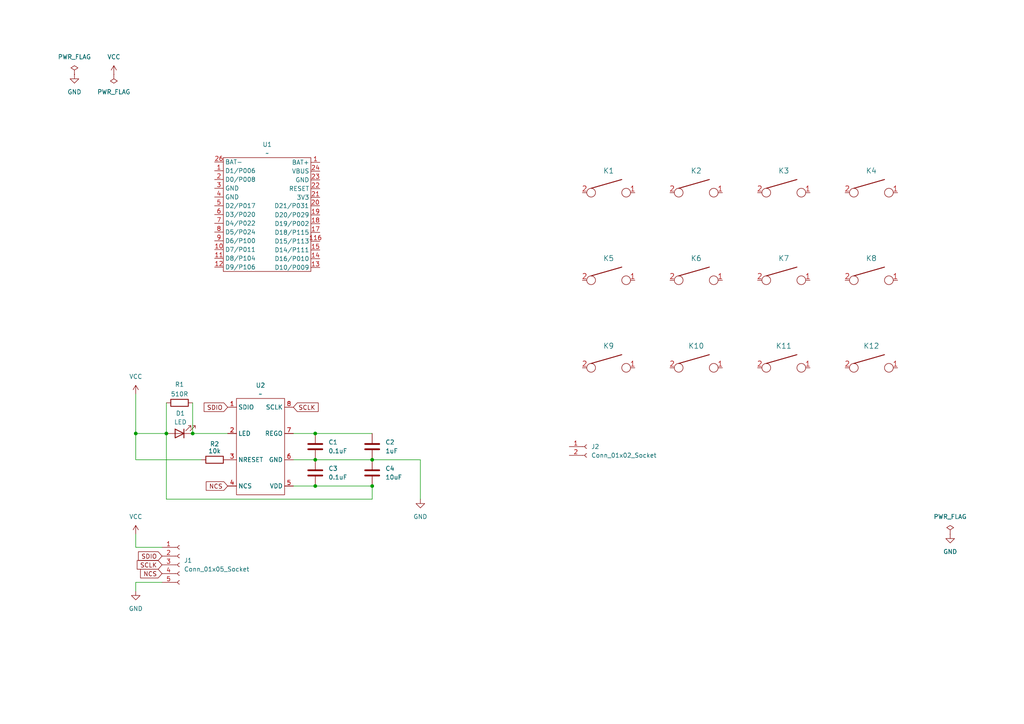
<source format=kicad_sch>
(kicad_sch (version 20231120) (generator "eeschema") (generator_version "8.0")
  (paper "A4")
  (lib_symbols
    (symbol "Connector:Conn_01x02_Socket" (pin_names (offset 1.016) hide)
      (property "Reference" "J" (at 0 2.54 0))
      (property "Value" "Conn_01x02_Socket" (at 0 -5.08 0))
      (symbol "Conn_01x02_Socket_1_1"
        (arc (start 0 -2.032) (mid -0.5058 -2.54) (end 0 -3.048) (stroke (width 0.1524)))
        (polyline (pts (xy -1.27 -2.54) (xy -0.508 -2.54)) (stroke (width 0.1524)))
        (polyline (pts (xy -1.27 0) (xy -0.508 0)) (stroke (width 0.1524)))
        (arc (start 0 0.508) (mid -0.5058 0) (end 0 -0.508) (stroke (width 0.1524)))
        (pin passive line (at -5.08 0 0) (length 3.81) (name "Pin_1") (number "1"))
        (pin passive line (at -5.08 -2.54 0) (length 3.81) (name "Pin_2") (number "2"))
      )
    )
    (symbol "Connector:Conn_01x05_Socket" (pin_names (offset 1.016) hide)
      (property "Reference" "J" (at 0 7.62 0))
      (property "Value" "Conn_01x05_Socket" (at 0 -7.62 0))
      (symbol "Conn_01x05_Socket_1_1"
        (arc (start 0 -4.572) (mid -0.5058 -5.08) (end 0 -5.588) (stroke (width 0.1524)))
        (arc (start 0 -2.032) (mid -0.5058 -2.54) (end 0 -3.048) (stroke (width 0.1524)))
        (polyline (pts (xy -1.27 -5.08) (xy -0.508 -5.08)) (stroke (width 0.1524)))
        (polyline (pts (xy -1.27 -2.54) (xy -0.508 -2.54)) (stroke (width 0.1524)))
        (polyline (pts (xy -1.27 0) (xy -0.508 0)) (stroke (width 0.1524)))
        (polyline (pts (xy -1.27 2.54) (xy -0.508 2.54)) (stroke (width 0.1524)))
        (polyline (pts (xy -1.27 5.08) (xy -0.508 5.08)) (stroke (width 0.1524)))
        (arc (start 0 0.508) (mid -0.5058 0) (end 0 -0.508) (stroke (width 0.1524)))
        (arc (start 0 3.048) (mid -0.5058 2.54) (end 0 2.032) (stroke (width 0.1524)))
        (arc (start 0 5.588) (mid -0.5058 5.08) (end 0 4.572) (stroke (width 0.1524)))
        (pin passive line (at -5.08 5.08 0) (length 3.81) (name "Pin_1") (number "1"))
        (pin passive line (at -5.08 2.54 0) (length 3.81) (name "Pin_2") (number "2"))
        (pin passive line (at -5.08 0 0) (length 3.81) (name "Pin_3") (number "3"))
        (pin passive line (at -5.08 -2.54 0) (length 3.81) (name "Pin_4") (number "4"))
        (pin passive line (at -5.08 -5.08 0) (length 3.81) (name "Pin_5") (number "5"))
      )
    )
    (symbol "Device:C" (pin_numbers hide) (pin_names (offset 0.254))
      (property "Reference" "C" (at 0.635 2.54 0))
      (property "Value" "C" (at 0.635 -2.54 0))
      (symbol "C_0_1"
        (polyline (pts (xy -2.032 -0.762) (xy 2.032 -0.762)) (stroke (width 0.508)))
        (polyline (pts (xy -2.032 0.762) (xy 2.032 0.762)) (stroke (width 0.508)))
      )
      (symbol "C_1_1"
        (pin passive line (at 0 3.81 270) (length 2.794) (name "~") (number "1"))
        (pin passive line (at 0 -3.81 90) (length 2.794) (name "~") (number "2"))
      )
    )
    (symbol "Device:LED" (pin_numbers hide) (pin_names (offset 1.016) hide)
      (property "Reference" "D" (at 0 2.54 0))
      (property "Value" "LED" (at 0 -2.54 0))
      (symbol "LED_0_1"
        (polyline (pts (xy -1.27 -1.27) (xy -1.27 1.27)) (stroke (width 0.254)))
        (polyline (pts (xy -1.27 0) (xy 1.27 0)))
        (polyline (pts (xy 1.27 -1.27) (xy 1.27 1.27) (xy -1.27 0) (xy 1.27 -1.27)) (stroke (width 0.254)))
        (polyline (pts (xy -3.048 -0.762) (xy -4.572 -2.286) (xy -3.81 -2.286) (xy -4.572 -2.286) (xy -4.572 -1.524)))
        (polyline (pts (xy -1.778 -0.762) (xy -3.302 -2.286) (xy -2.54 -2.286) (xy -3.302 -2.286) (xy -3.302 -1.524)))
      )
      (symbol "LED_1_1"
        (pin passive line (at -3.81 0 0) (length 2.54) (name "K") (number "1"))
        (pin passive line (at 3.81 0 180) (length 2.54) (name "A") (number "2"))
      )
    )
    (symbol "Device:R" (pin_numbers hide) (pin_names (offset 0))
      (property "Reference" "R" (at 2.032 0 90))
      (property "Value" "R" (at 0 0 90))
      (symbol "R_0_1"
        (rectangle (start -1.016 -2.54) (end 1.016 2.54) (stroke (width 0.254)))
      )
      (symbol "R_1_1"
        (pin passive line (at 0 3.81 270) (length 1.27) (name "~") (number "1"))
        (pin passive line (at 0 -3.81 90) (length 1.27) (name "~") (number "2"))
      )
    )
    (symbol "kwkb:KEYSW" (pin_names (offset 1.016))
      (property "Reference" "K?" (at -1.27 0 0))
      (symbol "KEYSW_0_1"
        (circle (center -5.08 0) (radius 1.27))
        (polyline (pts (xy -5.08 1.27) (xy 3.81 3.81)) (stroke (width 0.254)))
        (circle (center 5.08 0) (radius 1.27))
      )
      (symbol "KEYSW_1_1"
        (pin passive line (at 7.62 0 180) (length 1.27) (name "~") (number "1"))
        (pin passive line (at -7.62 0 0) (length 1.27) (name "~") (number "2"))
      )
    )
    (symbol "kwkb:ProMicro_NiceNanoV2"
      (property "Reference" "U" (at 0 1.27 0))
      (symbol "ProMicro_NiceNanoV2_0_1"
        (rectangle (start -12.7 0) (end 12.7 -33.02))
      )
      (symbol "ProMicro_NiceNanoV2_1_1"
        (pin power_in line (at 15.3044 -1.3778 180) (length 2.54) (name "BAT+") (number "1"))
        (pin bidirectional line (at -15.24 -3.81 0) (length 2.54) (name "D1/P006") (number "1"))
        (pin bidirectional line (at -15.24 -26.67 0) (length 2.54) (name "D7/P011") (number "10"))
        (pin bidirectional line (at -15.24 -29.21 0) (length 2.54) (name "D8/P104") (number "11"))
        (pin bidirectional line (at 15.3044 -24.2378 180) (length 2.54) (name "D15/P113") (number "116"))
        (pin bidirectional line (at -15.24 -31.75 0) (length 2.54) (name "D9/P106") (number "12"))
        (pin bidirectional line (at 15.3044 -31.8578 180) (length 2.54) (name "D10/P009") (number "13"))
        (pin bidirectional line (at 15.3044 -29.3178 180) (length 2.54) (name "D16/P010") (number "14"))
        (pin bidirectional line (at 15.3044 -26.7778 180) (length 2.54) (name "D14/P111") (number "15"))
        (pin bidirectional line (at 15.3044 -21.6978 180) (length 2.54) (name "D18/P115") (number "17"))
        (pin bidirectional line (at 15.3044 -19.1578 180) (length 2.54) (name "D19/P002") (number "18"))
        (pin bidirectional line (at 15.3044 -16.6178 180) (length 2.54) (name "D20/P029") (number "19"))
        (pin bidirectional line (at -15.24 -6.35 0) (length 2.54) (name "D0/P008") (number "2"))
        (pin bidirectional line (at 15.24 -13.97 180) (length 2.54) (name "D21/P031") (number "20"))
        (pin power_in line (at 15.3044 -11.5378 180) (length 2.54) (name "3V3") (number "21"))
        (pin input line (at 15.3044 -8.9978 180) (length 2.54) (name "RESET") (number "22"))
        (pin power_in line (at 15.3044 -6.4578 180) (length 2.54) (name "GND") (number "23"))
        (pin power_in line (at 15.3044 -3.9178 180) (length 2.54) (name "VBUS") (number "24"))
        (pin power_in line (at -15.24 -1.27 0) (length 2.54) (name "BAT-") (number "26"))
        (pin power_in line (at -15.24 -8.89 0) (length 2.54) (name "GND") (number "3"))
        (pin power_in line (at -15.24 -11.43 0) (length 2.54) (name "GND") (number "4"))
        (pin bidirectional line (at -15.24 -13.97 0) (length 2.54) (name "D2/P017") (number "5"))
        (pin bidirectional line (at -15.24 -16.51 0) (length 2.54) (name "D3/P020") (number "6"))
        (pin bidirectional line (at -15.24 -19.05 0) (length 2.54) (name "D4/P022") (number "7"))
        (pin bidirectional line (at -15.24 -21.59 0) (length 2.54) (name "D5/P024") (number "8"))
        (pin bidirectional line (at -15.24 -24.13 0) (length 2.54) (name "D6/P100") (number "9"))
      )
    )
    (symbol "kwkb:adns5050"
      (property "Reference" "U" (at 0 0 0))
      (symbol "adns5050_0_1"
        (rectangle (start -7.62 -2.54) (end 6.35 -30.48))
      )
      (symbol "adns5050_1_1"
        (pin bidirectional line (at -10.16 -5.08 0) (length 2.54) (name "SDIO") (number "1"))
        (pin output line (at -10.16 -12.7 0) (length 2.54) (name "LED") (number "2"))
        (pin input line (at -10.16 -20.32 0) (length 2.54) (name "NRESET") (number "3"))
        (pin input line (at -10.16 -27.94 0) (length 2.54) (name "NCS") (number "4"))
        (pin power_in line (at 8.89 -27.94 180) (length 2.54) (name "VDD") (number "5"))
        (pin power_in line (at 8.89 -20.32 180) (length 2.54) (name "GND") (number "6"))
        (pin input line (at 8.89 -12.7 180) (length 2.54) (name "REGO") (number "7"))
        (pin input line (at 8.89 -5.08 180) (length 2.54) (name "SCLK") (number "8"))
      )
    )
    (symbol "power:GND" (power) (pin_numbers hide) (pin_names (offset 0) hide)
      (property "Value" "GND" (at 0 -3.81 0))
      (symbol "GND_0_1"
        (polyline (pts (xy 0 0) (xy 0 -1.27) (xy 1.27 -1.27) (xy 0 -2.54) (xy -1.27 -1.27) (xy 0 -1.27)))
      )
      (symbol "GND_1_1"
        (pin power_in line (at 0 0 270) (length 0) (name "~") (number "1"))
      )
    )
    (symbol "power:PWR_FLAG" (power) (pin_numbers hide) (pin_names (offset 0) hide)
      (property "Value" "PWR_FLAG" (at 0 3.81 0))
      (symbol "PWR_FLAG_0_0"
        (pin power_out line (at 0 0 90) (length 0) (name "~") (number "1"))
      )
      (symbol "PWR_FLAG_0_1"
        (polyline (pts (xy 0 0) (xy 0 1.27) (xy -1.016 1.905) (xy 0 2.54) (xy 1.016 1.905) (xy 0 1.27)))
      )
    )
    (symbol "power:VCC" (power) (pin_numbers hide) (pin_names (offset 0) hide)
      (property "Value" "VCC" (at 0 3.556 0))
      (symbol "VCC_0_1"
        (polyline (pts (xy -0.762 1.27) (xy 0 2.54)))
        (polyline (pts (xy 0 0) (xy 0 2.54)))
        (polyline (pts (xy 0 2.54) (xy 0.762 1.27)))
      )
      (symbol "VCC_1_1"
        (pin power_in line (at 0 0 90) (length 0) (name "~") (number "1"))
      )
    )
  )
  (junction (at 107.95 133.35))
  (junction (at 91.44 125.73))
  (junction (at 91.44 133.35))
  (junction (at 48.26 125.73))
  (junction (at 91.44 140.97))
  (junction (at 39.37 125.73))
  (junction (at 107.95 140.97))
  (junction (at 55.88 125.73))
  (wire (pts (xy 48.26 116.84) (xy 48.26 125.73)))
  (wire (pts (xy 91.44 125.73) (xy 107.95 125.73)))
  (wire (pts (xy 48.26 144.78) (xy 107.95 144.78)))
  (wire (pts (xy 55.88 116.84) (xy 55.88 125.73)))
  (wire (pts (xy 85.09 140.97) (xy 91.44 140.97)))
  (wire (pts (xy 55.88 125.73) (xy 66.04 125.73)))
  (wire (pts (xy 58.42 133.35) (xy 39.37 133.35)))
  (wire (pts (xy 48.26 125.73) (xy 48.26 144.78)))
  (wire (pts (xy 91.44 133.35) (xy 107.95 133.35)))
  (wire (pts (xy 107.95 144.78) (xy 107.95 140.97)))
  (wire (pts (xy 121.92 133.35) (xy 121.92 144.78)))
  (wire (pts (xy 85.09 133.35) (xy 91.44 133.35)))
  (wire (pts (xy 39.37 158.75) (xy 39.37 154.94)))
  (wire (pts (xy 39.37 168.91) (xy 39.37 171.45)))
  (wire (pts (xy 46.99 168.91) (xy 39.37 168.91)))
  (wire (pts (xy 39.37 133.35) (xy 39.37 125.73)))
  (wire (pts (xy 107.95 133.35) (xy 121.92 133.35)))
  (wire (pts (xy 39.37 125.73) (xy 48.26 125.73)))
  (wire (pts (xy 85.09 125.73) (xy 91.44 125.73)))
  (wire (pts (xy 46.99 158.75) (xy 39.37 158.75)))
  (wire (pts (xy 91.44 140.97) (xy 107.95 140.97)))
  (wire (pts (xy 39.37 114.3) (xy 39.37 125.73)))
  (global_label "SCLK" (shape input) (at 46.99 163.83 180) (property "Intersheetrefs" "${INTERSHEET_REFS}" (effects (hide yes))))
  (global_label "SDIO" (shape input) (at 66.04 118.11 180) (property "Intersheetrefs" "${INTERSHEET_REFS}" (effects (hide yes))))
  (global_label "SCLK" (shape input) (at 85.09 118.11 0) (property "Intersheetrefs" "${INTERSHEET_REFS}" (effects (hide yes))))
  (global_label "NCS" (shape input) (at 66.04 140.97 180) (property "Intersheetrefs" "${INTERSHEET_REFS}" (effects (hide yes))))
  (global_label "SDIO" (shape input) (at 46.99 161.29 180) (property "Intersheetrefs" "${INTERSHEET_REFS}" (effects (hide yes))))
  (global_label "NCS" (shape input) (at 46.99 166.37 180) (property "Intersheetrefs" "${INTERSHEET_REFS}" (effects (hide yes))))
  (symbol (lib_id "kwkb:KEYSW") (at 227.33 106.68 0) (unit 1)
    (property "Reference" "K11" (at 227.33 100.33 0) (effects (font (size 1.524 1.524))))
    (property "Value" "KEYSW" (effects (hide yes)))
  )
  (symbol (lib_id "power:GND") (at 275.59 154.94 0) (unit 1)
    (property "Reference" "#PWR02" (effects (hide yes)))
    (property "Value" "GND" (at 275.59 160.02 0))
    (property "Description" "Power symbol creates a global label with name \"GND\" , ground" (effects (hide yes)))
  )
  (symbol (lib_id "Device:C") (at 107.95 137.16 0) (unit 1)
    (property "Reference" "C4" (at 111.76 135.8899 0) (effects (justify left)))
    (property "Value" "10uF" (at 111.76 138.4299 0) (effects (justify left)))
    (property "Description" "Unpolarized capacitor" (effects (hide yes)))
  )
  (symbol (lib_id "kwkb:adns5050") (at 76.2 113.03 0) (unit 1)
    (property "Reference" "U2" (at 75.565 111.76 0))
    (property "Value" "~" (at 75.565 114.3 0))
  )
  (symbol (lib_id "power:VCC") (at 39.37 114.3 0) (unit 1)
    (property "Reference" "#PWR03" (effects (hide yes)))
    (property "Value" "VCC" (at 39.37 109.22 0))
    (property "Description" "Power symbol creates a global label with name \"VCC\"" (effects (hide yes)))
  )
  (symbol (lib_id "kwkb:KEYSW") (at 201.93 106.68 0) (unit 1)
    (property "Reference" "K10" (at 201.93 100.33 0) (effects (font (size 1.524 1.524))))
    (property "Value" "KEYSW" (effects (hide yes)))
  )
  (symbol (lib_id "power:VCC") (at 39.37 154.94 0) (unit 1)
    (property "Reference" "#PWR04" (effects (hide yes)))
    (property "Value" "VCC" (at 39.37 149.86 0))
    (property "Description" "Power symbol creates a global label with name \"VCC\"" (effects (hide yes)))
  )
  (symbol (lib_id "Device:C") (at 91.44 137.16 0) (unit 1)
    (property "Reference" "C3" (at 95.25 135.8899 0) (effects (justify left)))
    (property "Value" "0.1uF" (at 95.25 138.4299 0) (effects (justify left)))
    (property "Description" "Unpolarized capacitor" (effects (hide yes)))
  )
  (symbol (lib_id "power:GND") (at 39.37 171.45 0) (unit 1)
    (property "Reference" "#PWR05" (effects (hide yes)))
    (property "Value" "GND" (at 39.37 176.53 0))
    (property "Description" "Power symbol creates a global label with name \"GND\" , ground" (effects (hide yes)))
  )
  (symbol (lib_id "power:VCC") (at 33.02 21.59 0) (unit 1)
    (property "Reference" "#PWR06" (effects (hide yes)))
    (property "Value" "VCC" (at 33.02 16.51 0))
    (property "Description" "Power symbol creates a global label with name \"VCC\"" (effects (hide yes)))
  )
  (symbol (lib_id "Device:R") (at 52.07 116.84 90) (unit 1)
    (property "Reference" "R1" (at 52.07 111.506 90))
    (property "Value" "510R" (at 52.07 114.3 90))
    (property "Description" "Resistor" (effects (hide yes)))
  )
  (symbol (lib_id "kwkb:KEYSW") (at 227.33 55.88 0) (unit 1)
    (property "Reference" "K3" (at 227.33 49.53 0) (effects (font (size 1.524 1.524))))
    (property "Value" "KEYSW" (effects (hide yes)))
  )
  (symbol (lib_id "power:PWR_FLAG") (at 33.02 21.59 180) (unit 1)
    (property "Reference" "#FLG03" (effects (hide yes)))
    (property "Value" "PWR_FLAG" (at 33.02 26.67 0))
    (property "Description" "Special symbol for telling ERC where power comes from" (effects (hide yes)))
  )
  (symbol (lib_id "kwkb:KEYSW") (at 201.93 81.28 0) (unit 1)
    (property "Reference" "K6" (at 201.93 74.93 0) (effects (font (size 1.524 1.524))))
    (property "Value" "KEYSW" (effects (hide yes)))
  )
  (symbol (lib_id "kwkb:KEYSW") (at 201.93 55.88 0) (unit 1)
    (property "Reference" "K2" (at 201.93 49.53 0) (effects (font (size 1.524 1.524))))
    (property "Value" "KEYSW" (effects (hide yes)))
  )
  (symbol (lib_id "kwkb:KEYSW") (at 176.53 81.28 0) (unit 1)
    (property "Reference" "K5" (at 176.53 74.93 0) (effects (font (size 1.524 1.524))))
    (property "Value" "KEYSW" (effects (hide yes)))
  )
  (symbol (lib_id "Device:R") (at 62.23 133.35 90) (unit 1)
    (property "Reference" "R2" (at 62.23 128.778 90))
    (property "Value" "10k" (at 62.23 130.81 90))
    (property "Description" "Resistor" (effects (hide yes)))
  )
  (symbol (lib_id "kwkb:KEYSW") (at 252.73 106.68 0) (unit 1)
    (property "Reference" "K12" (at 252.73 100.33 0) (effects (font (size 1.524 1.524))))
    (property "Value" "KEYSW" (effects (hide yes)))
  )
  (symbol (lib_id "kwkb:KEYSW") (at 176.53 106.68 0) (unit 1)
    (property "Reference" "K9" (at 176.53 100.33 0) (effects (font (size 1.524 1.524))))
    (property "Value" "KEYSW" (effects (hide yes)))
  )
  (symbol (lib_id "kwkb:KEYSW") (at 227.33 81.28 0) (unit 1)
    (property "Reference" "K7" (at 227.33 74.93 0) (effects (font (size 1.524 1.524))))
    (property "Value" "KEYSW" (effects (hide yes)))
  )
  (symbol (lib_id "power:GND") (at 21.59 21.59 0) (unit 1)
    (property "Reference" "#PWR07" (effects (hide yes)))
    (property "Value" "GND" (at 21.59 26.67 0))
    (property "Description" "Power symbol creates a global label with name \"GND\" , ground" (effects (hide yes)))
  )
  (symbol (lib_id "power:PWR_FLAG") (at 21.59 21.59 0) (unit 1)
    (property "Reference" "#FLG02" (effects (hide yes)))
    (property "Value" "PWR_FLAG" (at 21.59 16.51 0))
    (property "Description" "Special symbol for telling ERC where power comes from" (effects (hide yes)))
  )
  (symbol (lib_id "Device:LED") (at 52.07 125.73 180) (unit 1)
    (property "Reference" "D1" (at 52.324 119.888 0))
    (property "Value" "LED" (at 52.324 122.428 0))
    (property "Description" "Light emitting diode" (effects (hide yes)))
  )
  (symbol (lib_id "kwkb:KEYSW") (at 252.73 81.28 0) (unit 1)
    (property "Reference" "K8" (at 252.73 74.93 0) (effects (font (size 1.524 1.524))))
    (property "Value" "KEYSW" (effects (hide yes)))
  )
  (symbol (lib_id "power:PWR_FLAG") (at 275.59 154.94 0) (unit 1)
    (property "Reference" "#FLG01" (effects (hide yes)))
    (property "Value" "PWR_FLAG" (at 275.59 149.86 0))
    (property "Description" "Special symbol for telling ERC where power comes from" (effects (hide yes)))
  )
  (symbol (lib_id "kwkb:KEYSW") (at 252.73 55.88 0) (unit 1)
    (property "Reference" "K4" (at 252.73 49.53 0) (effects (font (size 1.524 1.524))))
    (property "Value" "KEYSW" (effects (hide yes)))
  )
  (symbol (lib_id "Device:C") (at 107.95 129.54 0) (unit 1)
    (property "Reference" "C2" (at 111.76 128.2699 0) (effects (justify left)))
    (property "Value" "1uF" (at 111.76 130.8099 0) (effects (justify left)))
    (property "Description" "Unpolarized capacitor" (effects (hide yes)))
  )
  (symbol (lib_id "Connector:Conn_01x05_Socket") (at 52.07 163.83 0) (unit 1)
    (property "Reference" "J1" (at 53.34 162.5599 0) (effects (justify left)))
    (property "Value" "Conn_01x05_Socket" (at 53.34 165.0999 0) (effects (justify left)))
    (property "Description" "Generic connector, single row, 01x05, script generated" (effects (hide yes)))
  )
  (symbol (lib_id "power:GND") (at 121.92 144.78 0) (unit 1)
    (property "Reference" "#PWR01" (effects (hide yes)))
    (property "Value" "GND" (at 121.92 149.86 0))
    (property "Description" "Power symbol creates a global label with name \"GND\" , ground" (effects (hide yes)))
  )
  (symbol (lib_id "Device:C") (at 91.44 129.54 0) (unit 1)
    (property "Reference" "C1" (at 95.25 128.2699 0) (effects (justify left)))
    (property "Value" "0.1uF" (at 95.25 130.8099 0) (effects (justify left)))
    (property "Description" "Unpolarized capacitor" (effects (hide yes)))
  )
  (symbol (lib_id "kwkb:ProMicro_NiceNanoV2") (at 77.47 45.72 0) (unit 1)
    (property "Reference" "U1" (at 77.5022 41.91 0))
    (property "Value" "~" (at 77.5022 44.45 0))
  )
  (symbol (lib_id "kwkb:KEYSW") (at 176.53 55.88 0) (unit 1)
    (property "Reference" "K1" (at 176.53 49.53 0) (effects (font (size 1.524 1.524))))
    (property "Value" "KEYSW" (effects (hide yes)))
  )
  (symbol (lib_id "Connector:Conn_01x02_Socket") (at 170.18 129.54 0) (unit 1)
    (property "Reference" "J2" (at 171.45 129.5399 0) (effects (justify left)))
    (property "Value" "Conn_01x02_Socket" (at 171.45 132.0799 0) (effects (justify left)))
    (property "Description" "Generic connector, single row, 01x02, script generated" (effects (hide yes)))
  )
)
</source>
